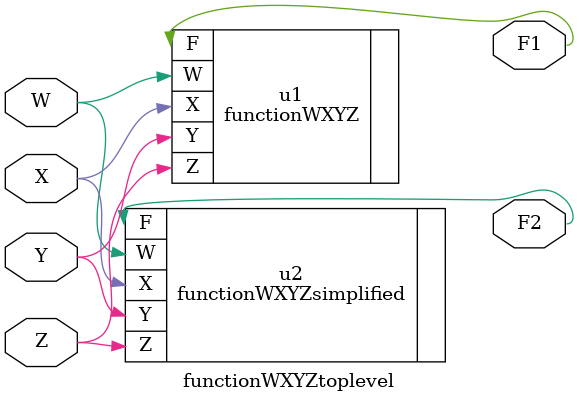
<source format=sv>
module functionWXYZtoplevel(
input logic W, X, Y, Z,
output logic F1, F2
);

// Instantiating functionWXYZ
functionWXYZ u1 (
    .W(W), .X(X),
    .Y(Y),  .Z(Z),
    .F(F1)  // Output of functionWXYZ is F1
);

// Instantiating functionWXYZsimplified
functionWXYZsimplified u2 (
    .W(W), .X(X), 
    .Y(Y), .Z(Z), 
    .F(F2)  // Output of functionWXYZsimplified is F2
);

endmodule
</source>
